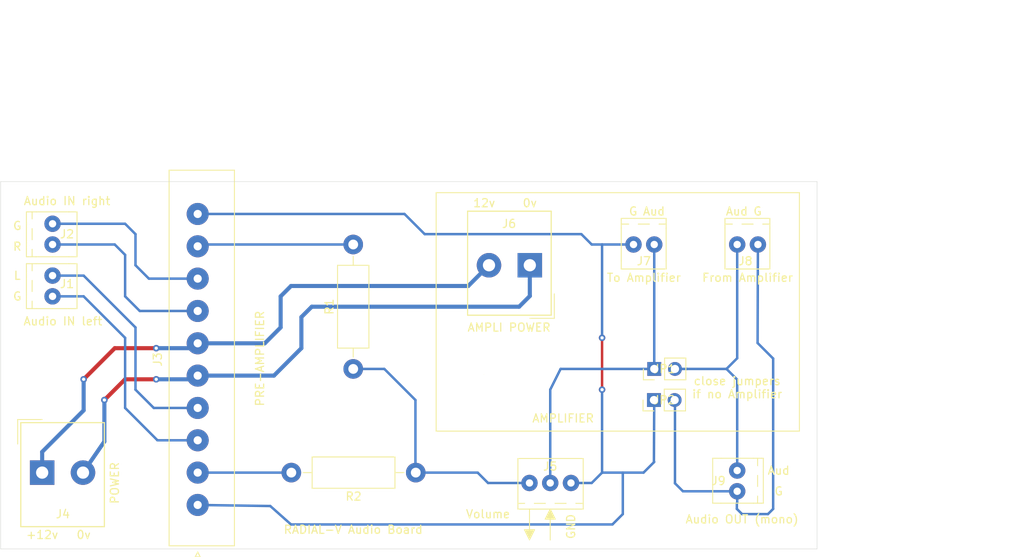
<source format=kicad_pcb>
(kicad_pcb (version 20171130) (host pcbnew "(5.1.5)-3")

  (general
    (thickness 1.6)
    (drawings 35)
    (tracks 104)
    (zones 0)
    (modules 15)
    (nets 14)
  )

  (page A4)
  (title_block
    (title "RADIAL-V : Audio Board")
    (date 2020-01-26)
    (rev 1)
    (company David)
  )

  (layers
    (0 F.Cu signal)
    (31 B.Cu signal)
    (32 B.Adhes user)
    (33 F.Adhes user)
    (34 B.Paste user)
    (35 F.Paste user)
    (36 B.SilkS user)
    (37 F.SilkS user)
    (38 B.Mask user)
    (39 F.Mask user)
    (40 Dwgs.User user)
    (41 Cmts.User user)
    (42 Eco1.User user)
    (43 Eco2.User user)
    (44 Edge.Cuts user)
    (45 Margin user)
    (46 B.CrtYd user)
    (47 F.CrtYd user)
    (48 B.Fab user)
    (49 F.Fab user hide)
  )

  (setup
    (last_trace_width 0.3)
    (trace_clearance 0.5)
    (zone_clearance 0.508)
    (zone_45_only no)
    (trace_min 0.2)
    (via_size 0.8)
    (via_drill 0.4)
    (via_min_size 0.4)
    (via_min_drill 0.3)
    (uvia_size 0.3)
    (uvia_drill 0.1)
    (uvias_allowed no)
    (uvia_min_size 0.2)
    (uvia_min_drill 0.1)
    (edge_width 0.05)
    (segment_width 0.2)
    (pcb_text_width 0.3)
    (pcb_text_size 1.5 1.5)
    (mod_edge_width 0.12)
    (mod_text_size 1 1)
    (mod_text_width 0.15)
    (pad_size 1.524 1.524)
    (pad_drill 0.762)
    (pad_to_mask_clearance 0.051)
    (solder_mask_min_width 0.25)
    (aux_axis_origin 0 0)
    (visible_elements 7FFFFFFF)
    (pcbplotparams
      (layerselection 0x010fc_ffffffff)
      (usegerberextensions false)
      (usegerberattributes false)
      (usegerberadvancedattributes false)
      (creategerberjobfile false)
      (excludeedgelayer true)
      (linewidth 0.100000)
      (plotframeref false)
      (viasonmask false)
      (mode 1)
      (useauxorigin false)
      (hpglpennumber 1)
      (hpglpenspeed 20)
      (hpglpendiameter 15.000000)
      (psnegative false)
      (psa4output false)
      (plotreference true)
      (plotvalue true)
      (plotinvisibletext false)
      (padsonsilk false)
      (subtractmaskfromsilk false)
      (outputformat 1)
      (mirror false)
      (drillshape 1)
      (scaleselection 1)
      (outputdirectory ""))
  )

  (net 0 "")
  (net 1 /GND_IN_L)
  (net 2 /IN_LEFT)
  (net 3 /GND_IN_R)
  (net 4 /IN_RIGHT)
  (net 5 /GND_MONO)
  (net 6 /OUT_RIGHT)
  (net 7 /VDD)
  (net 8 /GND)
  (net 9 /OUT_LEFT)
  (net 10 /MONO)
  (net 11 "Net-(J5-Pad2)")
  (net 12 /MONO_OUT)
  (net 13 /GND_OUT)

  (net_class Default "Ceci est la Netclass par défaut."
    (clearance 0.5)
    (trace_width 0.3)
    (via_dia 0.8)
    (via_drill 0.4)
    (uvia_dia 0.3)
    (uvia_drill 0.1)
    (add_net /GND_IN_L)
    (add_net /GND_IN_R)
    (add_net /GND_MONO)
    (add_net /GND_OUT)
    (add_net /IN_LEFT)
    (add_net /IN_RIGHT)
    (add_net /MONO)
    (add_net /MONO_OUT)
    (add_net /OUT_LEFT)
    (add_net /OUT_RIGHT)
    (add_net "Net-(J5-Pad2)")
  )

  (net_class Power ""
    (clearance 0.5)
    (trace_width 0.5)
    (via_dia 0.8)
    (via_drill 0.4)
    (uvia_dia 0.3)
    (uvia_drill 0.1)
    (add_net /GND)
    (add_net /VDD)
  )

  (module MesModules:Edge_Connector_10P_1x10_P3.96mm_Vertical (layer F.Cu) (tedit 5E3DD6AE) (tstamp 5E2C7250)
    (at 104.14 124.61 90)
    (descr "JST VH series connector, B10P-VH (http://www.jst-mfg.com/product/pdf/eng/eVH.pdf), generated with kicad-footprint-generator")
    (tags "connector JST VH vertical")
    (path /5E2B90E2)
    (fp_text reference J3 (at 17.82 -4.9 90) (layer F.SilkS)
      (effects (font (size 1 1) (thickness 0.15)))
    )
    (fp_text value "Slot PreAmplifier" (at 17.82 6 90) (layer F.Fab)
      (effects (font (size 1 1) (thickness 0.15)))
    )
    (fp_line (start -5 -1.5) (end 41 -1.5) (layer F.Fab) (width 0.12))
    (fp_text user %R (at 17.82 4.1 90) (layer F.Fab)
      (effects (font (size 1 1) (thickness 0.15)))
    )
    (fp_line (start -6.36 -0.3) (end -5.76 0) (layer F.SilkS) (width 0.12))
    (fp_line (start -6.36 0.3) (end -6.36 -0.3) (layer F.SilkS) (width 0.12))
    (fp_line (start -5.76 0) (end -6.36 0.3) (layer F.SilkS) (width 0.12))
    (fp_line (start 41 4.5) (end -5 4.5) (layer F.SilkS) (width 0.12))
    (fp_line (start 41 -3.5) (end 41 4.5) (layer F.SilkS) (width 0.12))
    (fp_line (start -5 -3.5) (end 41 -3.5) (layer F.SilkS) (width 0.12))
    (fp_line (start -5 4.5) (end -5 -3.5) (layer F.SilkS) (width 0.12))
    (fp_line (start 41 -3.5) (end -5 -3.5) (layer F.CrtYd) (width 0.05))
    (fp_line (start 41 4.5) (end 41 -3.5) (layer F.CrtYd) (width 0.05))
    (fp_line (start -5 4.5) (end 41 4.5) (layer F.CrtYd) (width 0.05))
    (fp_line (start -5 -3.5) (end -5 4.5) (layer F.CrtYd) (width 0.05))
    (fp_line (start -1.95 1) (end -0.95 0) (layer F.Fab) (width 0.1))
    (fp_line (start -1.95 -1) (end -0.95 0) (layer F.Fab) (width 0.1))
    (fp_line (start -5 4) (end 41 4) (layer F.Fab) (width 0.1))
    (fp_line (start 41 -3.5) (end -5 -3.5) (layer F.Fab) (width 0.1))
    (fp_line (start 41 4.5) (end 41 -3.5) (layer F.Fab) (width 0.1))
    (fp_line (start -5 4.5) (end 41 4.5) (layer F.Fab) (width 0.1))
    (fp_line (start -5 -3.5) (end -5 4.5) (layer F.Fab) (width 0.1))
    (pad 10 thru_hole circle (at 35.64 0 90) (size 2.7 2.7) (drill 1) (layers *.Cu *.Mask)
      (net 5 /GND_MONO))
    (pad 9 thru_hole circle (at 31.68 0 90) (size 2.7 2.7) (drill 1) (layers *.Cu *.Mask)
      (net 6 /OUT_RIGHT))
    (pad 8 thru_hole circle (at 27.72 0 90) (size 2.7 2.7) (drill 1) (layers *.Cu *.Mask)
      (net 3 /GND_IN_R))
    (pad 7 thru_hole circle (at 23.76 0 90) (size 2.7 2.7) (drill 1) (layers *.Cu *.Mask)
      (net 4 /IN_RIGHT))
    (pad 6 thru_hole circle (at 19.8 0 90) (size 2.7 2.7) (drill 1) (layers *.Cu *.Mask)
      (net 7 /VDD))
    (pad 5 thru_hole circle (at 15.84 0 90) (size 2.7 2.7) (drill 1) (layers *.Cu *.Mask)
      (net 8 /GND))
    (pad 4 thru_hole circle (at 11.88 0 90) (size 2.7 2.7) (drill 1) (layers *.Cu *.Mask)
      (net 2 /IN_LEFT))
    (pad 3 thru_hole circle (at 7.92 0 90) (size 2.7 2.7) (drill 1) (layers *.Cu *.Mask)
      (net 1 /GND_IN_L))
    (pad 2 thru_hole circle (at 3.96 0 90) (size 2.7 2.7) (drill 1) (layers *.Cu *.Mask)
      (net 9 /OUT_LEFT))
    (pad 1 thru_hole circle (at 0 0 90) (size 2.7 2.7) (drill 1) (layers *.Cu *.Mask)
      (net 5 /GND_MONO))
    (model "D:/My Projects/Programmes/Kicad-Library/packages3d/MesModules.3dshapes/Edge_Connector_1x10_ P3.96mm_Vertical.step"
      (offset (xyz 35.5 -1 0))
      (scale (xyz 1 1 1))
      (rotate (xyz 0 0 180))
    )
  )

  (module MesModules:Bloc_de_jonction_CI-MPT_2.54mm_01x03 (layer F.Cu) (tedit 5E2D496F) (tstamp 5E2D553C)
    (at 149.86 121.92 180)
    (descr "Bloc de jonction C.I., section nominale: 0,5 mm², pas: 2,54 mm, 2 pôles, Raccordement vissé avec bague")
    (path /5E2C2293)
    (fp_text reference J5 (at 2.54 2.032) (layer F.SilkS)
      (effects (font (size 1 1) (thickness 0.15)))
    )
    (fp_text value Volume (at 1.3 3.8) (layer F.Fab)
      (effects (font (size 1 1) (thickness 0.15)))
    )
    (fp_text user %R (at 1.524 -4.064) (layer F.Fab)
      (effects (font (size 1 1) (thickness 0.15)))
    )
    (fp_text user %V (at 10.16 -3.81) (layer F.SilkS)
      (effects (font (size 1 1) (thickness 0.15)))
    )
    (fp_line (start -1.5 -3.2) (end 6.5 -3.2) (layer F.SilkS) (width 0.12))
    (fp_line (start -1.5 -2.5) (end 6.5 -2.5) (layer F.SilkS) (width 0.12))
    (fp_line (start -1.5 3) (end -1.5 -3.2) (layer F.Fab) (width 0.12))
    (fp_line (start 6.5 3) (end -1.5 3) (layer F.Fab) (width 0.12))
    (fp_line (start 6.5 -3.2) (end 6.5 3) (layer F.Fab) (width 0.12))
    (fp_line (start -1.5 -3.2) (end 6.5 -3.2) (layer F.Fab) (width 0.12))
    (fp_line (start -1.5 3) (end -1.5 -3.2) (layer F.CrtYd) (width 0.12))
    (fp_line (start 6.5 3) (end -1.5 3) (layer F.CrtYd) (width 0.12))
    (fp_line (start 6.5 -3.2) (end 6.5 3) (layer F.CrtYd) (width 0.12))
    (fp_line (start -1.5 -3.2) (end 6.5 -3.2) (layer F.CrtYd) (width 0.12))
    (fp_line (start -1.5 3) (end 6.5 3) (layer F.SilkS) (width 0.12))
    (fp_line (start 6.5 3) (end 6.5 -3.2) (layer F.SilkS) (width 0.12))
    (fp_line (start -1.5 -3.2) (end -1.5 3) (layer F.SilkS) (width 0.12))
    (pad "" np_thru_hole circle (at 5.08 -2.54 180) (size 1.1 1.1) (drill 1.1) (layers *.Cu *.Mask))
    (pad 3 thru_hole circle (at 5.08 0 180) (size 2 2) (drill 0.9) (layers *.Cu *.Mask)
      (net 10 /MONO))
    (pad "" np_thru_hole circle (at 2.54 -2.54 180) (size 1.1 1.1) (drill 1.1) (layers *.Cu *.Mask))
    (pad "" np_thru_hole circle (at 0 -2.54 180) (size 1.1 1.1) (drill 1.1) (layers *.Cu *.Mask))
    (pad 2 thru_hole circle (at 2.54 0 180) (size 2 2) (drill 0.9) (layers *.Cu *.Mask)
      (net 11 "Net-(J5-Pad2)"))
    (pad 1 thru_hole circle (at 0 0 180) (size 2 2) (drill 0.9) (layers *.Cu *.Mask)
      (net 5 /GND_MONO))
    (model "D:/My Projects/Programmes/Kicad-Library/packages3d/MesModules.3dshapes/pxc_1725669_05_MPT-0-5-3-2-54_3D.stp"
      (offset (xyz -1.5 3 0))
      (scale (xyz 1 1 1))
      (rotate (xyz -90 0 90))
    )
  )

  (module MountingHole:MountingHole_3.2mm_M3 (layer F.Cu) (tedit 56D1B4CB) (tstamp 5E2DA020)
    (at 140 110)
    (descr "Mounting Hole 3.2mm, no annular, M3")
    (tags "mounting hole 3.2mm no annular m3")
    (path /5E2D8A0D)
    (attr virtual)
    (fp_text reference H2 (at 0 -0.78) (layer F.SilkS)
      (effects (font (size 1 1) (thickness 0.15)))
    )
    (fp_text value MountingHole (at 0 4.2) (layer F.Fab)
      (effects (font (size 1 1) (thickness 0.15)))
    )
    (fp_circle (center 0 0) (end 3.45 0) (layer F.CrtYd) (width 0.05))
    (fp_circle (center 0 0) (end 3.2 0) (layer Cmts.User) (width 0.15))
    (fp_text user %R (at 0.3 0) (layer F.Fab)
      (effects (font (size 1 1) (thickness 0.15)))
    )
    (pad 1 np_thru_hole circle (at 0 0) (size 3.2 3.2) (drill 3.2) (layers *.Cu *.Mask))
  )

  (module MountingHole:MountingHole_3.2mm_M3 (layer F.Cu) (tedit 56D1B4CB) (tstamp 5E2DA018)
    (at 85 110)
    (descr "Mounting Hole 3.2mm, no annular, M3")
    (tags "mounting hole 3.2mm no annular m3")
    (path /5E2D8C12)
    (attr virtual)
    (fp_text reference H1 (at 0 0) (layer F.SilkS)
      (effects (font (size 1 1) (thickness 0.15)))
    )
    (fp_text value MountingHole (at 0 4.2) (layer F.Fab)
      (effects (font (size 1 1) (thickness 0.15)))
    )
    (fp_circle (center 0 0) (end 3.45 0) (layer F.CrtYd) (width 0.05))
    (fp_circle (center 0 0) (end 3.2 0) (layer Cmts.User) (width 0.15))
    (fp_text user %R (at 0.3 0) (layer F.Fab)
      (effects (font (size 1 1) (thickness 0.15)))
    )
    (pad 1 np_thru_hole circle (at 0 0) (size 3.2 3.2) (drill 3.2) (layers *.Cu *.Mask))
  )

  (module MesModules:Bloc_de_jonction_CI-MPT_2.54mm_01x02 (layer F.Cu) (tedit 5E2CCC6F) (tstamp 5E2C7317)
    (at 170.22 120.396 270)
    (descr "Bloc de jonction C.I., section nominale: 0,5 mm², pas: 2,54 mm, 2 pôles, Raccordement vissé avec bague")
    (path /5E2C053A)
    (fp_text reference J9 (at 1.27 2.286 180) (layer F.SilkS)
      (effects (font (size 1 1) (thickness 0.15)))
    )
    (fp_text value "Audio OUT (mono)" (at 1.3 3.8 90) (layer F.Fab)
      (effects (font (size 1 1) (thickness 0.15)))
    )
    (fp_text user %R (at 1.524 -4.064 90) (layer F.Fab)
      (effects (font (size 1 1) (thickness 0.15)))
    )
    (fp_text user %V (at 5.969 -0.595 180) (layer F.SilkS)
      (effects (font (size 1 1) (thickness 0.15)))
    )
    (fp_line (start 4 -3.2) (end 4 -3) (layer F.SilkS) (width 0.12))
    (fp_line (start -1.5 -3.2) (end 4 -3.2) (layer F.SilkS) (width 0.12))
    (fp_line (start -1.5 -3) (end -1.5 -3.2) (layer F.SilkS) (width 0.12))
    (fp_line (start -1.5 -2.5) (end 4 -2.5) (layer F.SilkS) (width 0.12))
    (fp_line (start -1.5 3) (end -1.5 -3.2) (layer F.Fab) (width 0.12))
    (fp_line (start 4 3) (end -1.5 3) (layer F.Fab) (width 0.12))
    (fp_line (start 4 -3.2) (end 4 3) (layer F.Fab) (width 0.12))
    (fp_line (start -1.5 -3.2) (end 4 -3.2) (layer F.Fab) (width 0.12))
    (fp_line (start -1.5 3) (end -1.5 -3.2) (layer F.CrtYd) (width 0.12))
    (fp_line (start 4 3) (end -1.5 3) (layer F.CrtYd) (width 0.12))
    (fp_line (start 4 -3.2) (end 4 3) (layer F.CrtYd) (width 0.12))
    (fp_line (start -1.5 -3.2) (end 4 -3.2) (layer F.CrtYd) (width 0.12))
    (fp_line (start 4 3) (end 4 2) (layer F.SilkS) (width 0.12))
    (fp_line (start -1.5 3) (end 4 3) (layer F.SilkS) (width 0.12))
    (fp_line (start -1.5 2) (end -1.5 3) (layer F.SilkS) (width 0.12))
    (fp_line (start 4 -3) (end 4 -2) (layer F.SilkS) (width 0.12))
    (fp_line (start -1.5 -2) (end -1.5 -3) (layer F.SilkS) (width 0.12))
    (fp_line (start -1.5 -2) (end -1.5 0) (layer F.SilkS) (width 0.12))
    (fp_line (start 4 2) (end 4 -2) (layer F.SilkS) (width 0.12))
    (fp_line (start -1.5 0) (end -1.5 2) (layer F.SilkS) (width 0.12))
    (pad "" np_thru_hole circle (at 2.54 -2.54 270) (size 1.1 1.1) (drill 1.1) (layers *.Cu *.Mask))
    (pad "" np_thru_hole circle (at 0 -2.54 270) (size 1.1 1.1) (drill 1.1) (layers *.Cu *.Mask))
    (pad 2 thru_hole circle (at 2.54 0 270) (size 2 2) (drill 0.9) (layers *.Cu *.Mask)
      (net 13 /GND_OUT))
    (pad 1 thru_hole circle (at 0 0 270) (size 2 2) (drill 0.9) (layers *.Cu *.Mask)
      (net 12 /MONO_OUT))
    (model "D:/My Projects/Programmes/Kicad-Library/packages3d/MesModules.3dshapes/Bloc_de_Jonction_05_MPT-0-5-2-2-54_3D.stp"
      (offset (xyz -1.5 3.1 0))
      (scale (xyz 1 1 1))
      (rotate (xyz -90 0 90))
    )
  )

  (module MesModules:Bloc_de_jonction_CI-MPT_2.54mm_01x02 (layer F.Cu) (tedit 5E2CCC6F) (tstamp 5E2D52DA)
    (at 170.22 92.71)
    (descr "Bloc de jonction C.I., section nominale: 0,5 mm², pas: 2,54 mm, 2 pôles, Raccordement vissé avec bague")
    (path /5E2C1A78)
    (fp_text reference J8 (at 1.016 2.032) (layer F.SilkS)
      (effects (font (size 1 1) (thickness 0.15)))
    )
    (fp_text value "From Amplifier" (at 1.3 3.8) (layer F.Fab)
      (effects (font (size 1 1) (thickness 0.15)))
    )
    (fp_text user %R (at 1.524 -4.064) (layer F.Fab)
      (effects (font (size 1 1) (thickness 0.15)))
    )
    (fp_text user %V (at 1.27 4.064) (layer F.SilkS)
      (effects (font (size 1 1) (thickness 0.15)))
    )
    (fp_line (start 4 -3.2) (end 4 -3) (layer F.SilkS) (width 0.12))
    (fp_line (start -1.5 -3.2) (end 4 -3.2) (layer F.SilkS) (width 0.12))
    (fp_line (start -1.5 -3) (end -1.5 -3.2) (layer F.SilkS) (width 0.12))
    (fp_line (start -1.5 -2.5) (end 4 -2.5) (layer F.SilkS) (width 0.12))
    (fp_line (start -1.5 3) (end -1.5 -3.2) (layer F.Fab) (width 0.12))
    (fp_line (start 4 3) (end -1.5 3) (layer F.Fab) (width 0.12))
    (fp_line (start 4 -3.2) (end 4 3) (layer F.Fab) (width 0.12))
    (fp_line (start -1.5 -3.2) (end 4 -3.2) (layer F.Fab) (width 0.12))
    (fp_line (start -1.5 3) (end -1.5 -3.2) (layer F.CrtYd) (width 0.12))
    (fp_line (start 4 3) (end -1.5 3) (layer F.CrtYd) (width 0.12))
    (fp_line (start 4 -3.2) (end 4 3) (layer F.CrtYd) (width 0.12))
    (fp_line (start -1.5 -3.2) (end 4 -3.2) (layer F.CrtYd) (width 0.12))
    (fp_line (start 4 3) (end 4 2) (layer F.SilkS) (width 0.12))
    (fp_line (start -1.5 3) (end 4 3) (layer F.SilkS) (width 0.12))
    (fp_line (start -1.5 2) (end -1.5 3) (layer F.SilkS) (width 0.12))
    (fp_line (start 4 -3) (end 4 -2) (layer F.SilkS) (width 0.12))
    (fp_line (start -1.5 -2) (end -1.5 -3) (layer F.SilkS) (width 0.12))
    (fp_line (start -1.5 -2) (end -1.5 0) (layer F.SilkS) (width 0.12))
    (fp_line (start 4 2) (end 4 -2) (layer F.SilkS) (width 0.12))
    (fp_line (start -1.5 0) (end -1.5 2) (layer F.SilkS) (width 0.12))
    (pad "" np_thru_hole circle (at 2.54 -2.54) (size 1.1 1.1) (drill 1.1) (layers *.Cu *.Mask))
    (pad "" np_thru_hole circle (at 0 -2.54) (size 1.1 1.1) (drill 1.1) (layers *.Cu *.Mask))
    (pad 2 thru_hole circle (at 2.54 0) (size 2 2) (drill 0.9) (layers *.Cu *.Mask)
      (net 13 /GND_OUT))
    (pad 1 thru_hole circle (at 0 0) (size 2 2) (drill 0.9) (layers *.Cu *.Mask)
      (net 12 /MONO_OUT))
    (model "D:/My Projects/Programmes/Kicad-Library/packages3d/MesModules.3dshapes/Bloc_de_Jonction_05_MPT-0-5-2-2-54_3D.stp"
      (offset (xyz -1.5 3.1 0))
      (scale (xyz 1 1 1))
      (rotate (xyz -90 0 90))
    )
  )

  (module MesModules:Bloc_de_jonction_CI-MPT_2.54mm_01x02 (layer F.Cu) (tedit 5E2CCC6F) (tstamp 5E2D5283)
    (at 157.52 92.71)
    (descr "Bloc de jonction C.I., section nominale: 0,5 mm², pas: 2,54 mm, 2 pôles, Raccordement vissé avec bague")
    (path /5E2C10EE)
    (fp_text reference J7 (at 1.27 2.032) (layer F.SilkS)
      (effects (font (size 1 1) (thickness 0.15)))
    )
    (fp_text value "To Amplifier" (at 1.3 3.8) (layer F.Fab)
      (effects (font (size 1 1) (thickness 0.15)))
    )
    (fp_text user %R (at 1.524 -4.064) (layer F.Fab)
      (effects (font (size 1 1) (thickness 0.15)))
    )
    (fp_text user %V (at 1.27 4.064) (layer F.SilkS)
      (effects (font (size 1 1) (thickness 0.15)))
    )
    (fp_line (start 4 -3.2) (end 4 -3) (layer F.SilkS) (width 0.12))
    (fp_line (start -1.5 -3.2) (end 4 -3.2) (layer F.SilkS) (width 0.12))
    (fp_line (start -1.5 -3) (end -1.5 -3.2) (layer F.SilkS) (width 0.12))
    (fp_line (start -1.5 -2.5) (end 4 -2.5) (layer F.SilkS) (width 0.12))
    (fp_line (start -1.5 3) (end -1.5 -3.2) (layer F.Fab) (width 0.12))
    (fp_line (start 4 3) (end -1.5 3) (layer F.Fab) (width 0.12))
    (fp_line (start 4 -3.2) (end 4 3) (layer F.Fab) (width 0.12))
    (fp_line (start -1.5 -3.2) (end 4 -3.2) (layer F.Fab) (width 0.12))
    (fp_line (start -1.5 3) (end -1.5 -3.2) (layer F.CrtYd) (width 0.12))
    (fp_line (start 4 3) (end -1.5 3) (layer F.CrtYd) (width 0.12))
    (fp_line (start 4 -3.2) (end 4 3) (layer F.CrtYd) (width 0.12))
    (fp_line (start -1.5 -3.2) (end 4 -3.2) (layer F.CrtYd) (width 0.12))
    (fp_line (start 4 3) (end 4 2) (layer F.SilkS) (width 0.12))
    (fp_line (start -1.5 3) (end 4 3) (layer F.SilkS) (width 0.12))
    (fp_line (start -1.5 2) (end -1.5 3) (layer F.SilkS) (width 0.12))
    (fp_line (start 4 -3) (end 4 -2) (layer F.SilkS) (width 0.12))
    (fp_line (start -1.5 -2) (end -1.5 -3) (layer F.SilkS) (width 0.12))
    (fp_line (start -1.5 -2) (end -1.5 0) (layer F.SilkS) (width 0.12))
    (fp_line (start 4 2) (end 4 -2) (layer F.SilkS) (width 0.12))
    (fp_line (start -1.5 0) (end -1.5 2) (layer F.SilkS) (width 0.12))
    (pad "" np_thru_hole circle (at 2.54 -2.54) (size 1.1 1.1) (drill 1.1) (layers *.Cu *.Mask))
    (pad "" np_thru_hole circle (at 0 -2.54) (size 1.1 1.1) (drill 1.1) (layers *.Cu *.Mask))
    (pad 2 thru_hole circle (at 2.54 0) (size 2 2) (drill 0.9) (layers *.Cu *.Mask)
      (net 11 "Net-(J5-Pad2)"))
    (pad 1 thru_hole circle (at 0 0) (size 2 2) (drill 0.9) (layers *.Cu *.Mask)
      (net 5 /GND_MONO))
    (model "D:/My Projects/Programmes/Kicad-Library/packages3d/MesModules.3dshapes/Bloc_de_Jonction_05_MPT-0-5-2-2-54_3D.stp"
      (offset (xyz -1.5 3.1 0))
      (scale (xyz 1 1 1))
      (rotate (xyz -90 0 90))
    )
  )

  (module MesModules:Bloc_de_jonction_CI-MPT_2.54mm_01x02 (layer F.Cu) (tedit 5E2CCC6F) (tstamp 5E2D4C5B)
    (at 86.36 92.71 90)
    (descr "Bloc de jonction C.I., section nominale: 0,5 mm², pas: 2,54 mm, 2 pôles, Raccordement vissé avec bague")
    (path /5E31D43A)
    (fp_text reference J2 (at 1.27 1.778 180) (layer F.SilkS)
      (effects (font (size 1 1) (thickness 0.15)))
    )
    (fp_text value "Audio IN right" (at 1.3 3.8 90) (layer F.Fab)
      (effects (font (size 1 1) (thickness 0.15)))
    )
    (fp_text user %R (at 1.524 -4.064 90) (layer F.Fab)
      (effects (font (size 1 1) (thickness 0.15)))
    )
    (fp_text user %V (at 5.334 1.778 180) (layer F.SilkS)
      (effects (font (size 1 1) (thickness 0.15)))
    )
    (fp_line (start 4 -3.2) (end 4 -3) (layer F.SilkS) (width 0.12))
    (fp_line (start -1.5 -3.2) (end 4 -3.2) (layer F.SilkS) (width 0.12))
    (fp_line (start -1.5 -3) (end -1.5 -3.2) (layer F.SilkS) (width 0.12))
    (fp_line (start -1.5 -2.5) (end 4 -2.5) (layer F.SilkS) (width 0.12))
    (fp_line (start -1.5 3) (end -1.5 -3.2) (layer F.Fab) (width 0.12))
    (fp_line (start 4 3) (end -1.5 3) (layer F.Fab) (width 0.12))
    (fp_line (start 4 -3.2) (end 4 3) (layer F.Fab) (width 0.12))
    (fp_line (start -1.5 -3.2) (end 4 -3.2) (layer F.Fab) (width 0.12))
    (fp_line (start -1.5 3) (end -1.5 -3.2) (layer F.CrtYd) (width 0.12))
    (fp_line (start 4 3) (end -1.5 3) (layer F.CrtYd) (width 0.12))
    (fp_line (start 4 -3.2) (end 4 3) (layer F.CrtYd) (width 0.12))
    (fp_line (start -1.5 -3.2) (end 4 -3.2) (layer F.CrtYd) (width 0.12))
    (fp_line (start 4 3) (end 4 2) (layer F.SilkS) (width 0.12))
    (fp_line (start -1.5 3) (end 4 3) (layer F.SilkS) (width 0.12))
    (fp_line (start -1.5 2) (end -1.5 3) (layer F.SilkS) (width 0.12))
    (fp_line (start 4 -3) (end 4 -2) (layer F.SilkS) (width 0.12))
    (fp_line (start -1.5 -2) (end -1.5 -3) (layer F.SilkS) (width 0.12))
    (fp_line (start -1.5 -2) (end -1.5 0) (layer F.SilkS) (width 0.12))
    (fp_line (start 4 2) (end 4 -2) (layer F.SilkS) (width 0.12))
    (fp_line (start -1.5 0) (end -1.5 2) (layer F.SilkS) (width 0.12))
    (pad "" np_thru_hole circle (at 2.54 -2.54 90) (size 1.1 1.1) (drill 1.1) (layers *.Cu *.Mask))
    (pad "" np_thru_hole circle (at 0 -2.54 90) (size 1.1 1.1) (drill 1.1) (layers *.Cu *.Mask))
    (pad 2 thru_hole circle (at 2.54 0 90) (size 2 2) (drill 0.9) (layers *.Cu *.Mask)
      (net 3 /GND_IN_R))
    (pad 1 thru_hole circle (at 0 0 90) (size 2 2) (drill 0.9) (layers *.Cu *.Mask)
      (net 4 /IN_RIGHT))
    (model "D:/My Projects/Programmes/Kicad-Library/packages3d/MesModules.3dshapes/Bloc_de_Jonction_05_MPT-0-5-2-2-54_3D.stp"
      (offset (xyz -1.5 3.1 0))
      (scale (xyz 1 1 1))
      (rotate (xyz -90 0 90))
    )
  )

  (module MesModules:Bloc_de_jonction_CI-MPT_2.54mm_01x02 (layer F.Cu) (tedit 5E2CCC6F) (tstamp 5E2D4CB2)
    (at 86.36 99.06 90)
    (descr "Bloc de jonction C.I., section nominale: 0,5 mm², pas: 2,54 mm, 2 pôles, Raccordement vissé avec bague")
    (path /5E31CB8C)
    (fp_text reference J1 (at 1.524 1.778 180) (layer F.SilkS)
      (effects (font (size 1 1) (thickness 0.15)))
    )
    (fp_text value "Audio IN left" (at 1.3 3.8 90) (layer F.Fab)
      (effects (font (size 1 1) (thickness 0.15)))
    )
    (fp_text user %R (at 1.524 -4.064 90) (layer F.Fab)
      (effects (font (size 1 1) (thickness 0.15)))
    )
    (fp_text user %V (at -3.048 1.27 180) (layer F.SilkS)
      (effects (font (size 1 1) (thickness 0.15)))
    )
    (fp_line (start 4 -3.2) (end 4 -3) (layer F.SilkS) (width 0.12))
    (fp_line (start -1.5 -3.2) (end 4 -3.2) (layer F.SilkS) (width 0.12))
    (fp_line (start -1.5 -3) (end -1.5 -3.2) (layer F.SilkS) (width 0.12))
    (fp_line (start -1.5 -2.5) (end 4 -2.5) (layer F.SilkS) (width 0.12))
    (fp_line (start -1.5 3) (end -1.5 -3.2) (layer F.Fab) (width 0.12))
    (fp_line (start 4 3) (end -1.5 3) (layer F.Fab) (width 0.12))
    (fp_line (start 4 -3.2) (end 4 3) (layer F.Fab) (width 0.12))
    (fp_line (start -1.5 -3.2) (end 4 -3.2) (layer F.Fab) (width 0.12))
    (fp_line (start -1.5 3) (end -1.5 -3.2) (layer F.CrtYd) (width 0.12))
    (fp_line (start 4 3) (end -1.5 3) (layer F.CrtYd) (width 0.12))
    (fp_line (start 4 -3.2) (end 4 3) (layer F.CrtYd) (width 0.12))
    (fp_line (start -1.5 -3.2) (end 4 -3.2) (layer F.CrtYd) (width 0.12))
    (fp_line (start 4 3) (end 4 2) (layer F.SilkS) (width 0.12))
    (fp_line (start -1.5 3) (end 4 3) (layer F.SilkS) (width 0.12))
    (fp_line (start -1.5 2) (end -1.5 3) (layer F.SilkS) (width 0.12))
    (fp_line (start 4 -3) (end 4 -2) (layer F.SilkS) (width 0.12))
    (fp_line (start -1.5 -2) (end -1.5 -3) (layer F.SilkS) (width 0.12))
    (fp_line (start -1.5 -2) (end -1.5 0) (layer F.SilkS) (width 0.12))
    (fp_line (start 4 2) (end 4 -2) (layer F.SilkS) (width 0.12))
    (fp_line (start -1.5 0) (end -1.5 2) (layer F.SilkS) (width 0.12))
    (pad "" np_thru_hole circle (at 2.54 -2.54 90) (size 1.1 1.1) (drill 1.1) (layers *.Cu *.Mask))
    (pad "" np_thru_hole circle (at 0 -2.54 90) (size 1.1 1.1) (drill 1.1) (layers *.Cu *.Mask))
    (pad 2 thru_hole circle (at 2.54 0 90) (size 2 2) (drill 0.9) (layers *.Cu *.Mask)
      (net 2 /IN_LEFT))
    (pad 1 thru_hole circle (at 0 0 90) (size 2 2) (drill 0.9) (layers *.Cu *.Mask)
      (net 1 /GND_IN_L))
    (model "D:/My Projects/Programmes/Kicad-Library/packages3d/MesModules.3dshapes/Bloc_de_Jonction_05_MPT-0-5-2-2-54_3D.stp"
      (offset (xyz -1.5 3.1 0))
      (scale (xyz 1 1 1))
      (rotate (xyz -90 0 90))
    )
  )

  (module Resistor_THT:R_Axial_DIN0411_L9.9mm_D3.6mm_P15.24mm_Horizontal (layer F.Cu) (tedit 5AE5139B) (tstamp 5E2C7371)
    (at 130.85 120.65 180)
    (descr "Resistor, Axial_DIN0411 series, Axial, Horizontal, pin pitch=15.24mm, 1W, length*diameter=9.9*3.6mm^2")
    (tags "Resistor Axial_DIN0411 series Axial Horizontal pin pitch 15.24mm 1W length 9.9mm diameter 3.6mm")
    (path /5E2D279A)
    (fp_text reference R2 (at 7.62 -2.92) (layer F.SilkS)
      (effects (font (size 1 1) (thickness 0.15)))
    )
    (fp_text value 10k (at 7.62 2.92) (layer F.Fab)
      (effects (font (size 1 1) (thickness 0.15)))
    )
    (fp_text user %R (at 7.62 0) (layer F.Fab)
      (effects (font (size 1 1) (thickness 0.15)))
    )
    (fp_line (start 16.69 -2.05) (end -1.45 -2.05) (layer F.CrtYd) (width 0.05))
    (fp_line (start 16.69 2.05) (end 16.69 -2.05) (layer F.CrtYd) (width 0.05))
    (fp_line (start -1.45 2.05) (end 16.69 2.05) (layer F.CrtYd) (width 0.05))
    (fp_line (start -1.45 -2.05) (end -1.45 2.05) (layer F.CrtYd) (width 0.05))
    (fp_line (start 13.8 0) (end 12.69 0) (layer F.SilkS) (width 0.12))
    (fp_line (start 1.44 0) (end 2.55 0) (layer F.SilkS) (width 0.12))
    (fp_line (start 12.69 -1.92) (end 2.55 -1.92) (layer F.SilkS) (width 0.12))
    (fp_line (start 12.69 1.92) (end 12.69 -1.92) (layer F.SilkS) (width 0.12))
    (fp_line (start 2.55 1.92) (end 12.69 1.92) (layer F.SilkS) (width 0.12))
    (fp_line (start 2.55 -1.92) (end 2.55 1.92) (layer F.SilkS) (width 0.12))
    (fp_line (start 15.24 0) (end 12.57 0) (layer F.Fab) (width 0.1))
    (fp_line (start 0 0) (end 2.67 0) (layer F.Fab) (width 0.1))
    (fp_line (start 12.57 -1.8) (end 2.67 -1.8) (layer F.Fab) (width 0.1))
    (fp_line (start 12.57 1.8) (end 12.57 -1.8) (layer F.Fab) (width 0.1))
    (fp_line (start 2.67 1.8) (end 12.57 1.8) (layer F.Fab) (width 0.1))
    (fp_line (start 2.67 -1.8) (end 2.67 1.8) (layer F.Fab) (width 0.1))
    (pad 2 thru_hole oval (at 15.24 0 180) (size 2.4 2.4) (drill 1.2) (layers *.Cu *.Mask)
      (net 9 /OUT_LEFT))
    (pad 1 thru_hole circle (at 0 0 180) (size 2.4 2.4) (drill 1.2) (layers *.Cu *.Mask)
      (net 10 /MONO))
    (model ${KISYS3DMOD}/Resistor_THT.3dshapes/R_Axial_DIN0411_L9.9mm_D3.6mm_P15.24mm_Horizontal.wrl
      (at (xyz 0 0 0))
      (scale (xyz 1 1 1))
      (rotate (xyz 0 0 0))
    )
  )

  (module Resistor_THT:R_Axial_DIN0411_L9.9mm_D3.6mm_P15.24mm_Horizontal (layer F.Cu) (tedit 5AE5139B) (tstamp 5E2C735A)
    (at 123.19 107.95 90)
    (descr "Resistor, Axial_DIN0411 series, Axial, Horizontal, pin pitch=15.24mm, 1W, length*diameter=9.9*3.6mm^2")
    (tags "Resistor Axial_DIN0411 series Axial Horizontal pin pitch 15.24mm 1W length 9.9mm diameter 3.6mm")
    (path /5E2D21B0)
    (fp_text reference R1 (at 7.62 -2.92 90) (layer F.SilkS)
      (effects (font (size 1 1) (thickness 0.15)))
    )
    (fp_text value 10k (at 7.62 2.92 90) (layer F.Fab)
      (effects (font (size 1 1) (thickness 0.15)))
    )
    (fp_text user %R (at 7.62 0 90) (layer F.Fab)
      (effects (font (size 1 1) (thickness 0.15)))
    )
    (fp_line (start 16.69 -2.05) (end -1.45 -2.05) (layer F.CrtYd) (width 0.05))
    (fp_line (start 16.69 2.05) (end 16.69 -2.05) (layer F.CrtYd) (width 0.05))
    (fp_line (start -1.45 2.05) (end 16.69 2.05) (layer F.CrtYd) (width 0.05))
    (fp_line (start -1.45 -2.05) (end -1.45 2.05) (layer F.CrtYd) (width 0.05))
    (fp_line (start 13.8 0) (end 12.69 0) (layer F.SilkS) (width 0.12))
    (fp_line (start 1.44 0) (end 2.55 0) (layer F.SilkS) (width 0.12))
    (fp_line (start 12.69 -1.92) (end 2.55 -1.92) (layer F.SilkS) (width 0.12))
    (fp_line (start 12.69 1.92) (end 12.69 -1.92) (layer F.SilkS) (width 0.12))
    (fp_line (start 2.55 1.92) (end 12.69 1.92) (layer F.SilkS) (width 0.12))
    (fp_line (start 2.55 -1.92) (end 2.55 1.92) (layer F.SilkS) (width 0.12))
    (fp_line (start 15.24 0) (end 12.57 0) (layer F.Fab) (width 0.1))
    (fp_line (start 0 0) (end 2.67 0) (layer F.Fab) (width 0.1))
    (fp_line (start 12.57 -1.8) (end 2.67 -1.8) (layer F.Fab) (width 0.1))
    (fp_line (start 12.57 1.8) (end 12.57 -1.8) (layer F.Fab) (width 0.1))
    (fp_line (start 2.67 1.8) (end 12.57 1.8) (layer F.Fab) (width 0.1))
    (fp_line (start 2.67 -1.8) (end 2.67 1.8) (layer F.Fab) (width 0.1))
    (pad 2 thru_hole oval (at 15.24 0 90) (size 2.4 2.4) (drill 1.2) (layers *.Cu *.Mask)
      (net 6 /OUT_RIGHT))
    (pad 1 thru_hole circle (at 0 0 90) (size 2.4 2.4) (drill 1.2) (layers *.Cu *.Mask)
      (net 10 /MONO))
    (model ${KISYS3DMOD}/Resistor_THT.3dshapes/R_Axial_DIN0411_L9.9mm_D3.6mm_P15.24mm_Horizontal.wrl
      (at (xyz 0 0 0))
      (scale (xyz 1 1 1))
      (rotate (xyz 0 0 0))
    )
  )

  (module TerminalBlock_Altech:Altech_AK300_1x02_P5.00mm_45-Degree (layer F.Cu) (tedit 5C27907F) (tstamp 5E2D532D)
    (at 144.82 95.25 180)
    (descr "Altech AK300 serie terminal block (Script generated with StandardBox.py) (http://www.altechcorp.com/PDFS/PCBMETRC.PDF)")
    (tags "Altech AK300 serie connector")
    (path /5E2E0C5B)
    (fp_text reference J6 (at 2.54 5.08) (layer F.SilkS)
      (effects (font (size 1 1) (thickness 0.15)))
    )
    (fp_text value "Alim Ampli" (at 2.5 7.5) (layer F.Fab)
      (effects (font (size 1 1) (thickness 0.15)))
    )
    (fp_text user %R (at 2.5 5.08) (layer F.Fab)
      (effects (font (size 1 1) (thickness 0.15)))
    )
    (fp_line (start -2.75 -6.25) (end -2.75 6.75) (layer F.CrtYd) (width 0.05))
    (fp_line (start -2.75 6.75) (end 7.75 6.75) (layer F.CrtYd) (width 0.05))
    (fp_line (start 7.75 -6.25) (end 7.75 6.75) (layer F.CrtYd) (width 0.05))
    (fp_line (start -2.75 -6.25) (end 7.75 -6.25) (layer F.CrtYd) (width 0.05))
    (fp_line (start -2.62 -6.12) (end -2.62 6.62) (layer F.SilkS) (width 0.12))
    (fp_line (start -2.62 6.62) (end 7.62 6.62) (layer F.SilkS) (width 0.12))
    (fp_line (start 7.62 -6.12) (end 7.62 6.62) (layer F.SilkS) (width 0.12))
    (fp_line (start -2.62 -6.12) (end 7.62 -6.12) (layer F.SilkS) (width 0.12))
    (fp_line (start -2.62 -6.12) (end -2.62 6.62) (layer F.SilkS) (width 0.12))
    (fp_line (start -2.62 6.62) (end 7.62 6.62) (layer F.SilkS) (width 0.12))
    (fp_line (start 7.62 -6.12) (end 7.62 6.62) (layer F.SilkS) (width 0.12))
    (fp_line (start -2.62 -6.12) (end 7.62 -6.12) (layer F.SilkS) (width 0.12))
    (fp_line (start -3 -6.5) (end 0 -6.5) (layer F.SilkS) (width 0.12))
    (fp_line (start -3 -3.5) (end -3 -6.5) (layer F.SilkS) (width 0.12))
    (fp_line (start -2.5 -5.5) (end -2 -6) (layer F.Fab) (width 0.1))
    (fp_line (start -2.5 6.5) (end -2.5 -5.5) (layer F.Fab) (width 0.1))
    (fp_line (start 7.5 6.5) (end -2.5 6.5) (layer F.Fab) (width 0.1))
    (fp_line (start 7.5 -6) (end 7.5 6.5) (layer F.Fab) (width 0.1))
    (fp_line (start -2 -6) (end 7.5 -6) (layer F.Fab) (width 0.1))
    (pad 2 thru_hole circle (at 5 0 180) (size 3 3) (drill 1.5) (layers *.Cu *.Mask)
      (net 7 /VDD))
    (pad 1 thru_hole rect (at 0 0 180) (size 3 3) (drill 1.5) (layers *.Cu *.Mask)
      (net 8 /GND))
    (model ${KISYS3DMOD}/TerminalBlock_Altech.3dshapes/Altech_AK300_1x02_P5.00mm_45-Degree.wrl
      (at (xyz 0 0 0))
      (scale (xyz 1 1 1))
      (rotate (xyz 0 0 0))
    )
  )

  (module TerminalBlock_Altech:Altech_AK300_1x02_P5.00mm_45-Degree (layer F.Cu) (tedit 5C27907F) (tstamp 5E2DA975)
    (at 85.09 120.65)
    (descr "Altech AK300 serie terminal block (Script generated with StandardBox.py) (http://www.altechcorp.com/PDFS/PCBMETRC.PDF)")
    (tags "Altech AK300 serie connector")
    (path /5E2B8772)
    (fp_text reference J4 (at 2.54 5.08) (layer F.SilkS)
      (effects (font (size 1 1) (thickness 0.15)))
    )
    (fp_text value "Power Supply" (at 2.5 7.5) (layer F.Fab)
      (effects (font (size 1 1) (thickness 0.15)))
    )
    (fp_text user %R (at 2.54 5.08) (layer F.Fab)
      (effects (font (size 1 1) (thickness 0.15)))
    )
    (fp_line (start -2.75 -6.25) (end -2.75 6.75) (layer F.CrtYd) (width 0.05))
    (fp_line (start -2.75 6.75) (end 7.75 6.75) (layer F.CrtYd) (width 0.05))
    (fp_line (start 7.75 -6.25) (end 7.75 6.75) (layer F.CrtYd) (width 0.05))
    (fp_line (start -2.75 -6.25) (end 7.75 -6.25) (layer F.CrtYd) (width 0.05))
    (fp_line (start -2.62 -6.12) (end -2.62 6.62) (layer F.SilkS) (width 0.12))
    (fp_line (start -2.62 6.62) (end 7.62 6.62) (layer F.SilkS) (width 0.12))
    (fp_line (start 7.62 -6.12) (end 7.62 6.62) (layer F.SilkS) (width 0.12))
    (fp_line (start -2.62 -6.12) (end 7.62 -6.12) (layer F.SilkS) (width 0.12))
    (fp_line (start -2.62 -6.12) (end -2.62 6.62) (layer F.SilkS) (width 0.12))
    (fp_line (start -2.62 6.62) (end 7.62 6.62) (layer F.SilkS) (width 0.12))
    (fp_line (start 7.62 -6.12) (end 7.62 6.62) (layer F.SilkS) (width 0.12))
    (fp_line (start -2.62 -6.12) (end 7.62 -6.12) (layer F.SilkS) (width 0.12))
    (fp_line (start -3 -6.5) (end 0 -6.5) (layer F.SilkS) (width 0.12))
    (fp_line (start -3 -3.5) (end -3 -6.5) (layer F.SilkS) (width 0.12))
    (fp_line (start -2.5 -5.5) (end -2 -6) (layer F.Fab) (width 0.1))
    (fp_line (start -2.5 6.5) (end -2.5 -5.5) (layer F.Fab) (width 0.1))
    (fp_line (start 7.5 6.5) (end -2.5 6.5) (layer F.Fab) (width 0.1))
    (fp_line (start 7.5 -6) (end 7.5 6.5) (layer F.Fab) (width 0.1))
    (fp_line (start -2 -6) (end 7.5 -6) (layer F.Fab) (width 0.1))
    (pad 2 thru_hole circle (at 5 0) (size 3 3) (drill 1.5) (layers *.Cu *.Mask)
      (net 8 /GND))
    (pad 1 thru_hole rect (at 0 0) (size 3 3) (drill 1.5) (layers *.Cu *.Mask)
      (net 7 /VDD))
    (model ${KISYS3DMOD}/TerminalBlock_Altech.3dshapes/Altech_AK300_1x02_P5.00mm_45-Degree.wrl
      (at (xyz 0 0 0))
      (scale (xyz 1 1 1))
      (rotate (xyz 0 0 0))
    )
  )

  (module Connector_PinHeader_2.54mm:PinHeader_1x02_P2.54mm_Vertical (layer F.Cu) (tedit 59FED5CC) (tstamp 5E2D5374)
    (at 160.02 111.76 90)
    (descr "Through hole straight pin header, 1x02, 2.54mm pitch, single row")
    (tags "Through hole pin header THT 1x02 2.54mm single row")
    (path /5E2D5EB4)
    (fp_text reference JP2 (at 0 1.27 180) (layer F.SilkS)
      (effects (font (size 1 1) (thickness 0.15)))
    )
    (fp_text value Jumper_NO (at 0 4.87 90) (layer F.Fab)
      (effects (font (size 1 1) (thickness 0.15)))
    )
    (fp_text user %R (at 0 1.27) (layer F.Fab)
      (effects (font (size 1 1) (thickness 0.15)))
    )
    (fp_line (start 1.8 -1.8) (end -1.8 -1.8) (layer F.CrtYd) (width 0.05))
    (fp_line (start 1.8 4.35) (end 1.8 -1.8) (layer F.CrtYd) (width 0.05))
    (fp_line (start -1.8 4.35) (end 1.8 4.35) (layer F.CrtYd) (width 0.05))
    (fp_line (start -1.8 -1.8) (end -1.8 4.35) (layer F.CrtYd) (width 0.05))
    (fp_line (start -1.33 -1.33) (end 0 -1.33) (layer F.SilkS) (width 0.12))
    (fp_line (start -1.33 0) (end -1.33 -1.33) (layer F.SilkS) (width 0.12))
    (fp_line (start -1.33 1.27) (end 1.33 1.27) (layer F.SilkS) (width 0.12))
    (fp_line (start 1.33 1.27) (end 1.33 3.87) (layer F.SilkS) (width 0.12))
    (fp_line (start -1.33 1.27) (end -1.33 3.87) (layer F.SilkS) (width 0.12))
    (fp_line (start -1.33 3.87) (end 1.33 3.87) (layer F.SilkS) (width 0.12))
    (fp_line (start -1.27 -0.635) (end -0.635 -1.27) (layer F.Fab) (width 0.1))
    (fp_line (start -1.27 3.81) (end -1.27 -0.635) (layer F.Fab) (width 0.1))
    (fp_line (start 1.27 3.81) (end -1.27 3.81) (layer F.Fab) (width 0.1))
    (fp_line (start 1.27 -1.27) (end 1.27 3.81) (layer F.Fab) (width 0.1))
    (fp_line (start -0.635 -1.27) (end 1.27 -1.27) (layer F.Fab) (width 0.1))
    (pad 2 thru_hole oval (at 0 2.54 90) (size 1.7 1.7) (drill 1) (layers *.Cu *.Mask)
      (net 13 /GND_OUT))
    (pad 1 thru_hole rect (at 0 0 90) (size 1.7 1.7) (drill 1) (layers *.Cu *.Mask)
      (net 5 /GND_MONO))
    (model ${KISYS3DMOD}/Connector_PinHeader_2.54mm.3dshapes/PinHeader_1x02_P2.54mm_Vertical.wrl
      (at (xyz 0 0 0))
      (scale (xyz 1 1 1))
      (rotate (xyz 0 0 0))
    )
  )

  (module Connector_PinHeader_2.54mm:PinHeader_1x02_P2.54mm_Vertical (layer F.Cu) (tedit 59FED5CC) (tstamp 5E2D53B3)
    (at 160.06 107.95 90)
    (descr "Through hole straight pin header, 1x02, 2.54mm pitch, single row")
    (tags "Through hole pin header THT 1x02 2.54mm single row")
    (path /5E2D5A8F)
    (fp_text reference JP1 (at 0 1.23 180) (layer F.SilkS)
      (effects (font (size 1 1) (thickness 0.15)))
    )
    (fp_text value Jumper_NO (at 0 4.87 90) (layer F.Fab)
      (effects (font (size 1 1) (thickness 0.15)))
    )
    (fp_text user %R (at 0 1.27) (layer F.Fab)
      (effects (font (size 1 1) (thickness 0.15)))
    )
    (fp_line (start 1.8 -1.8) (end -1.8 -1.8) (layer F.CrtYd) (width 0.05))
    (fp_line (start 1.8 4.35) (end 1.8 -1.8) (layer F.CrtYd) (width 0.05))
    (fp_line (start -1.8 4.35) (end 1.8 4.35) (layer F.CrtYd) (width 0.05))
    (fp_line (start -1.8 -1.8) (end -1.8 4.35) (layer F.CrtYd) (width 0.05))
    (fp_line (start -1.33 -1.33) (end 0 -1.33) (layer F.SilkS) (width 0.12))
    (fp_line (start -1.33 0) (end -1.33 -1.33) (layer F.SilkS) (width 0.12))
    (fp_line (start -1.33 1.27) (end 1.33 1.27) (layer F.SilkS) (width 0.12))
    (fp_line (start 1.33 1.27) (end 1.33 3.87) (layer F.SilkS) (width 0.12))
    (fp_line (start -1.33 1.27) (end -1.33 3.87) (layer F.SilkS) (width 0.12))
    (fp_line (start -1.33 3.87) (end 1.33 3.87) (layer F.SilkS) (width 0.12))
    (fp_line (start -1.27 -0.635) (end -0.635 -1.27) (layer F.Fab) (width 0.1))
    (fp_line (start -1.27 3.81) (end -1.27 -0.635) (layer F.Fab) (width 0.1))
    (fp_line (start 1.27 3.81) (end -1.27 3.81) (layer F.Fab) (width 0.1))
    (fp_line (start 1.27 -1.27) (end 1.27 3.81) (layer F.Fab) (width 0.1))
    (fp_line (start -0.635 -1.27) (end 1.27 -1.27) (layer F.Fab) (width 0.1))
    (pad 2 thru_hole oval (at 0 2.54 90) (size 1.7 1.7) (drill 1) (layers *.Cu *.Mask)
      (net 12 /MONO_OUT))
    (pad 1 thru_hole rect (at 0 0 90) (size 1.7 1.7) (drill 1) (layers *.Cu *.Mask)
      (net 11 "Net-(J5-Pad2)"))
    (model ${KISYS3DMOD}/Connector_PinHeader_2.54mm.3dshapes/PinHeader_1x02_P2.54mm_Vertical.wrl
      (at (xyz 0 0 0))
      (scale (xyz 1 1 1))
      (rotate (xyz 0 0 0))
    )
  )

  (gr_text "RADIAL-V Audio Board" (at 123.19 127.635) (layer F.SilkS)
    (effects (font (size 1 1) (thickness 0.15)))
  )
  (gr_text 0v (at 90.17 128.27) (layer F.SilkS)
    (effects (font (size 1 1) (thickness 0.15)))
  )
  (gr_text +12v (at 85.09 128.27) (layer F.SilkS)
    (effects (font (size 1 1) (thickness 0.15)))
  )
  (gr_line (start 80 85) (end 180 85) (layer Edge.Cuts) (width 0.05) (tstamp 5E2D5DF9))
  (gr_line (start 80 130) (end 80 85) (layer Edge.Cuts) (width 0.05))
  (gr_line (start 147.32 126.365) (end 147.32 128.905) (layer F.SilkS) (width 0.12) (tstamp 5E2DACD4))
  (gr_line (start 144.78 125.095) (end 144.78 127.635) (layer F.SilkS) (width 0.12) (tstamp 5E2DACD7))
  (gr_poly (pts (xy 147.955 126.365) (xy 146.685 126.365) (xy 147.32 125.095)) (layer F.SilkS) (width 0.1) (tstamp 5E2DACDA))
  (gr_poly (pts (xy 144.78 128.905) (xy 144.145 127.635) (xy 145.415 127.635)) (layer F.SilkS) (width 0.1) (tstamp 5E2DACDD))
  (gr_line (start 180 130) (end 80 130) (layer Edge.Cuts) (width 0.05) (tstamp 5E2D4D9A))
  (gr_line (start 180 85) (end 180 130) (layer Edge.Cuts) (width 0.05))
  (gr_text G (at 157.48 88.646) (layer F.SilkS) (tstamp 5E2D5264)
    (effects (font (size 1 1) (thickness 0.15)))
  )
  (gr_text G (at 175.3 122.936) (layer F.SilkS)
    (effects (font (size 1 1) (thickness 0.15)))
  )
  (gr_text Aud (at 175.3 120.396) (layer F.SilkS)
    (effects (font (size 1 1) (thickness 0.15)))
  )
  (gr_text AMPLIFIER (at 148.9 114) (layer F.SilkS) (tstamp 5E2D53F3)
    (effects (font (size 1 1) (thickness 0.15)))
  )
  (gr_line (start 133.35 115.57) (end 133.35 86.36) (layer F.SilkS) (width 0.12) (tstamp 5E2DA317))
  (gr_line (start 177.84 115.57) (end 133.35 115.57) (layer F.SilkS) (width 0.12) (tstamp 5E2D53F6))
  (gr_line (start 177.84 86.36) (end 177.84 115.57) (layer F.SilkS) (width 0.12) (tstamp 5E2D53F9))
  (gr_line (start 133.35 86.36) (end 177.84 86.36) (layer F.SilkS) (width 0.12) (tstamp 5E2D525E))
  (gr_text PRE-AMPLIFIER (at 111.76 106.68 90) (layer F.SilkS)
    (effects (font (size 1 1) (thickness 0.15)))
  )
  (gr_text POWER (at 93.98 121.92 90) (layer F.SilkS) (tstamp 5E2DA9A8)
    (effects (font (size 1 1) (thickness 0.15)))
  )
  (gr_text G (at 82.042 99.06) (layer F.SilkS) (tstamp 5E2D4CF6)
    (effects (font (size 1 1) (thickness 0.15)))
  )
  (gr_text L (at 82.042 96.52) (layer F.SilkS) (tstamp 5E2D4CF3)
    (effects (font (size 1 1) (thickness 0.15)))
  )
  (gr_text G (at 82.042 90.424) (layer F.SilkS) (tstamp 5E2D4CF0)
    (effects (font (size 1 1) (thickness 0.15)))
  )
  (gr_text R (at 82.042 92.964) (layer F.SilkS) (tstamp 5E2D4CED)
    (effects (font (size 1 1) (thickness 0.15)))
  )
  (gr_text "close jumpers\nif no Amplifier" (at 170.22 110.236) (layer F.SilkS) (tstamp 5E2D53F0)
    (effects (font (size 1 1) (thickness 0.15)))
  )
  (gr_text Aud (at 170.18 88.646) (layer F.SilkS) (tstamp 5E2D53ED)
    (effects (font (size 1 1) (thickness 0.15)))
  )
  (gr_text G (at 172.72 88.646) (layer F.SilkS) (tstamp 5E2D53EA)
    (effects (font (size 1 1) (thickness 0.15)))
  )
  (gr_text Aud (at 160.02 88.646) (layer F.SilkS) (tstamp 5E2D53E7)
    (effects (font (size 1 1) (thickness 0.15)))
  )
  (gr_text 0v (at 144.82 87.63) (layer F.SilkS) (tstamp 5E2D53E4)
    (effects (font (size 1 1) (thickness 0.15)))
  )
  (gr_text 12v (at 139.232 87.63) (layer F.SilkS) (tstamp 5E2D53E1)
    (effects (font (size 1 1) (thickness 0.15)))
  )
  (gr_text "AMPLI POWER" (at 142.28 102.87) (layer F.SilkS) (tstamp 5E2D53DE)
    (effects (font (size 1 1) (thickness 0.15)))
  )
  (gr_text GND (at 149.86 127.254 90) (layer F.SilkS) (tstamp 5E2DACE0)
    (effects (font (size 1 1) (thickness 0.15)))
  )
  (dimension 45 (width 0.15) (layer Eco1.User)
    (gr_text "45,000 mm" (at 203.999999 107.5 270) (layer Eco1.User)
      (effects (font (size 1 1) (thickness 0.15)))
    )
    (feature1 (pts (xy 190 130) (xy 203.28642 130)))
    (feature2 (pts (xy 190 85) (xy 203.28642 85)))
    (crossbar (pts (xy 202.699999 85) (xy 202.699999 130)))
    (arrow1a (pts (xy 202.699999 130) (xy 202.113578 128.873496)))
    (arrow1b (pts (xy 202.699999 130) (xy 203.28642 128.873496)))
    (arrow2a (pts (xy 202.699999 85) (xy 202.113578 86.126504)))
    (arrow2b (pts (xy 202.699999 85) (xy 203.28642 86.126504)))
  )
  (dimension 100 (width 0.15) (layer Eco1.User)
    (gr_text "100,000 mm" (at 130 63.46) (layer Eco1.User)
      (effects (font (size 1 1) (thickness 0.15)))
    )
    (feature1 (pts (xy 180 80) (xy 180 64.173579)))
    (feature2 (pts (xy 80 80) (xy 80 64.173579)))
    (crossbar (pts (xy 80 64.76) (xy 180 64.76)))
    (arrow1a (pts (xy 180 64.76) (xy 178.873496 65.346421)))
    (arrow1b (pts (xy 180 64.76) (xy 178.873496 64.173579)))
    (arrow2a (pts (xy 80 64.76) (xy 81.126504 65.346421)))
    (arrow2b (pts (xy 80 64.76) (xy 81.126504 64.173579)))
  )

  (segment (start 99.21 116.69) (end 104.14 116.69) (width 0.3) (layer B.Cu) (net 1))
  (segment (start 95.25 112.73) (end 99.21 116.69) (width 0.3) (layer B.Cu) (net 1))
  (segment (start 95.25 104.14) (end 95.25 112.73) (width 0.3) (layer B.Cu) (net 1))
  (segment (start 86.36 99.06) (end 90.17 99.06) (width 0.3) (layer B.Cu) (net 1))
  (segment (start 90.17 99.06) (end 95.25 104.14) (width 0.3) (layer B.Cu) (net 1))
  (segment (start 90.17 96.52) (end 86.36 96.52) (width 0.3) (layer B.Cu) (net 2))
  (segment (start 96.52 102.87) (end 96.52 110.49) (width 0.3) (layer B.Cu) (net 2))
  (segment (start 96.52 102.87) (end 90.17 96.52) (width 0.3) (layer B.Cu) (net 2))
  (segment (start 98.76 112.73) (end 104.14 112.73) (width 0.3) (layer B.Cu) (net 2))
  (segment (start 96.52 110.49) (end 98.76 112.73) (width 0.3) (layer B.Cu) (net 2))
  (segment (start 96.52 91.44) (end 96.52 95.25) (width 0.3) (layer B.Cu) (net 3))
  (segment (start 95.25 90.17) (end 96.52 91.44) (width 0.3) (layer B.Cu) (net 3))
  (segment (start 86.36 90.17) (end 95.25 90.17) (width 0.3) (layer B.Cu) (net 3))
  (segment (start 98.16 96.89) (end 96.52 95.25) (width 0.3) (layer B.Cu) (net 3))
  (segment (start 104.14 96.89) (end 98.16 96.89) (width 0.3) (layer B.Cu) (net 3))
  (segment (start 95.25 93.98) (end 95.25 99.06) (width 0.3) (layer B.Cu) (net 4))
  (segment (start 86.36 92.71) (end 93.98 92.71) (width 0.3) (layer B.Cu) (net 4))
  (segment (start 93.98 92.71) (end 95.25 93.98) (width 0.3) (layer B.Cu) (net 4))
  (segment (start 97.04 100.85) (end 95.25 99.06) (width 0.3) (layer B.Cu) (net 4))
  (segment (start 104.14 100.85) (end 97.04 100.85) (width 0.3) (layer B.Cu) (net 4))
  (segment (start 104.14 88.97) (end 129.47 88.97) (width 0.3) (layer B.Cu) (net 5))
  (segment (start 129.47 88.97) (end 131.94 91.44) (width 0.3) (layer B.Cu) (net 5))
  (segment (start 152.4 92.71) (end 151.13 91.44) (width 0.3) (layer B.Cu) (net 5))
  (segment (start 151.13 91.44) (end 131.94 91.44) (width 0.3) (layer B.Cu) (net 5))
  (via (at 153.67 104.14) (size 0.8) (drill 0.4) (layers F.Cu B.Cu) (net 5))
  (segment (start 153.67 92.71) (end 153.67 104.14) (width 0.3) (layer B.Cu) (net 5))
  (segment (start 153.67 92.71) (end 152.4 92.71) (width 0.3) (layer B.Cu) (net 5))
  (segment (start 157.52 92.71) (end 153.67 92.71) (width 0.3) (layer B.Cu) (net 5))
  (via (at 153.67 110.49) (size 0.8) (drill 0.4) (layers F.Cu B.Cu) (net 5))
  (segment (start 153.67 104.14) (end 153.67 110.49) (width 0.3) (layer F.Cu) (net 5))
  (segment (start 160.02 119.38) (end 160.06 111.506) (width 0.3) (layer B.Cu) (net 5))
  (segment (start 153.67 110.49) (end 153.67 120.65) (width 0.3) (layer B.Cu) (net 5))
  (segment (start 113.03 124.742777) (end 115.57 127) (width 0.3) (layer B.Cu) (net 5))
  (segment (start 104.14 124.61) (end 113.03 124.742777) (width 0.3) (layer B.Cu) (net 5))
  (segment (start 149.86 121.92) (end 152.4 121.92) (width 0.3) (layer B.Cu) (net 5))
  (segment (start 152.4 121.92) (end 153.67 120.65) (width 0.3) (layer B.Cu) (net 5))
  (segment (start 158.75 120.65) (end 160.06 119.34) (width 0.3) (layer B.Cu) (net 5))
  (segment (start 153.67 120.65) (end 158.75 120.65) (width 0.3) (layer B.Cu) (net 5))
  (segment (start 154.94 127) (end 156.21 125.73) (width 0.3) (layer B.Cu) (net 5))
  (segment (start 115.57 127) (end 154.94 127) (width 0.3) (layer B.Cu) (net 5) (tstamp 5E2DACD1))
  (segment (start 156.21 125.73) (end 156.21 120.65) (width 0.3) (layer B.Cu) (net 5))
  (segment (start 104.36 92.71) (end 104.14 92.93) (width 0.3) (layer B.Cu) (net 6))
  (segment (start 123.19 92.71) (end 104.36 92.71) (width 0.3) (layer B.Cu) (net 6))
  (segment (start 104.14 104.81) (end 112.36 104.81) (width 0.5) (layer B.Cu) (net 7))
  (segment (start 112.36 104.81) (end 114.3 102.87) (width 0.5) (layer B.Cu) (net 7))
  (segment (start 114.3 102.87) (end 114.3 99.06) (width 0.5) (layer B.Cu) (net 7))
  (segment (start 114.3 99.06) (end 115.57 97.79) (width 0.5) (layer B.Cu) (net 7))
  (segment (start 137.28 97.79) (end 139.82 95.25) (width 0.5) (layer B.Cu) (net 7))
  (segment (start 115.57 97.79) (end 137.28 97.79) (width 0.5) (layer B.Cu) (net 7))
  (segment (start 99.06 105.41) (end 99.06 105.41) (width 0.5) (layer F.Cu) (net 7) (tstamp 5E2D5C7B))
  (via (at 99.06 105.41) (size 0.8) (drill 0.4) (layers F.Cu B.Cu) (net 7))
  (segment (start 103.54 105.41) (end 104.14 104.81) (width 0.5) (layer B.Cu) (net 7))
  (segment (start 99.06 105.41) (end 103.54 105.41) (width 0.5) (layer B.Cu) (net 7))
  (segment (start 90.17 109.22) (end 93.98 105.41) (width 0.5) (layer F.Cu) (net 7))
  (via (at 90.17 109.22) (size 0.8) (drill 0.4) (layers F.Cu B.Cu) (net 7))
  (segment (start 93.98 105.41) (end 99.06 105.41) (width 0.5) (layer F.Cu) (net 7))
  (segment (start 85.09 118.11) (end 85.09 120.65) (width 0.5) (layer B.Cu) (net 7) (tstamp 5E2DA957))
  (segment (start 90.17 113.03) (end 85.09 118.11) (width 0.5) (layer B.Cu) (net 7))
  (segment (start 90.17 109.22) (end 90.17 113.03) (width 0.5) (layer B.Cu) (net 7))
  (segment (start 144.82 99.02) (end 144.82 95.25) (width 0.5) (layer B.Cu) (net 8))
  (segment (start 143.51 100.33) (end 144.82 99.02) (width 0.5) (layer B.Cu) (net 8))
  (segment (start 113.48 108.77) (end 116.84 105.41) (width 0.5) (layer B.Cu) (net 8))
  (segment (start 116.84 105.41) (end 116.84 101.6) (width 0.5) (layer B.Cu) (net 8))
  (segment (start 116.84 101.6) (end 118.11 100.33) (width 0.5) (layer B.Cu) (net 8))
  (segment (start 104.14 108.77) (end 113.48 108.77) (width 0.5) (layer B.Cu) (net 8))
  (segment (start 118.11 100.33) (end 143.51 100.33) (width 0.5) (layer B.Cu) (net 8))
  (segment (start 103.69 109.22) (end 104.14 108.77) (width 0.5) (layer B.Cu) (net 8))
  (segment (start 99.06 109.22) (end 103.69 109.22) (width 0.5) (layer B.Cu) (net 8))
  (via (at 99.06 109.22) (size 0.8) (drill 0.4) (layers F.Cu B.Cu) (net 8))
  (via (at 92.71 111.76) (size 0.8) (drill 0.4) (layers F.Cu B.Cu) (net 8))
  (segment (start 95.25 109.22) (end 99.06 109.22) (width 0.5) (layer F.Cu) (net 8))
  (segment (start 92.71 111.76) (end 95.25 109.22) (width 0.5) (layer F.Cu) (net 8))
  (segment (start 92.71 116.84) (end 90.09 120.65) (width 0.5) (layer B.Cu) (net 8))
  (segment (start 92.71 111.76) (end 92.71 116.84) (width 0.5) (layer B.Cu) (net 8))
  (segment (start 104.14 120.65) (end 115.61 120.65) (width 0.3) (layer B.Cu) (net 9))
  (segment (start 130.81 120.61) (end 130.85 120.65) (width 0.3) (layer B.Cu) (net 10))
  (segment (start 130.81 111.76) (end 130.81 120.61) (width 0.3) (layer B.Cu) (net 10))
  (segment (start 127 107.95) (end 130.81 111.76) (width 0.3) (layer B.Cu) (net 10))
  (segment (start 123.19 107.95) (end 127 107.95) (width 0.3) (layer B.Cu) (net 10))
  (segment (start 144.78 121.92) (end 139.7 121.92) (width 0.3) (layer B.Cu) (net 10))
  (segment (start 139.7 121.92) (end 138.43 120.65) (width 0.3) (layer B.Cu) (net 10))
  (segment (start 130.85 120.65) (end 138.43 120.65) (width 0.3) (layer B.Cu) (net 10))
  (segment (start 160.06 92.71) (end 160.06 107.95) (width 0.3) (layer B.Cu) (net 11))
  (segment (start 147.32 110.49) (end 147.32 121.92) (width 0.3) (layer B.Cu) (net 11))
  (segment (start 160.06 107.95) (end 148.59 107.95) (width 0.3) (layer B.Cu) (net 11))
  (segment (start 148.59 107.95) (end 147.32 110.49) (width 0.3) (layer B.Cu) (net 11))
  (segment (start 164.056081 107.95) (end 168.91 107.95) (width 0.3) (layer B.Cu) (net 12))
  (segment (start 170.22 109.26) (end 170.22 120.396) (width 0.3) (layer B.Cu) (net 12))
  (segment (start 168.91 107.95) (end 170.22 109.26) (width 0.3) (layer B.Cu) (net 12))
  (segment (start 170.22 92.71) (end 170.22 106.64) (width 0.3) (layer B.Cu) (net 12))
  (segment (start 170.22 106.64) (end 168.91 107.95) (width 0.3) (layer B.Cu) (net 12))
  (segment (start 164.056081 107.95) (end 162.6 107.95) (width 0.3) (layer B.Cu) (net 12))
  (segment (start 162.6 111.506) (end 162.6 121.96) (width 0.3) (layer B.Cu) (net 13))
  (segment (start 163.576 122.936) (end 170.22 122.936) (width 0.3) (layer B.Cu) (net 13))
  (segment (start 162.6 121.96) (end 163.576 122.936) (width 0.3) (layer B.Cu) (net 13))
  (segment (start 172.72 104.775) (end 172.76 92.71) (width 0.3) (layer B.Cu) (net 13))
  (segment (start 174.625 106.68) (end 172.72 104.775) (width 0.3) (layer B.Cu) (net 13))
  (segment (start 174.625 125.095) (end 174.625 106.68) (width 0.3) (layer B.Cu) (net 13))
  (segment (start 170.22 124.350213) (end 170.18 124.390213) (width 0.3) (layer B.Cu) (net 13))
  (segment (start 170.18 125.095) (end 170.815 125.73) (width 0.3) (layer B.Cu) (net 13))
  (segment (start 173.99 125.73) (end 174.625 125.095) (width 0.3) (layer B.Cu) (net 13))
  (segment (start 170.22 122.936) (end 170.22 124.350213) (width 0.3) (layer B.Cu) (net 13))
  (segment (start 170.18 124.390213) (end 170.18 125.095) (width 0.3) (layer B.Cu) (net 13))
  (segment (start 170.815 125.73) (end 173.99 125.73) (width 0.3) (layer B.Cu) (net 13))

)

</source>
